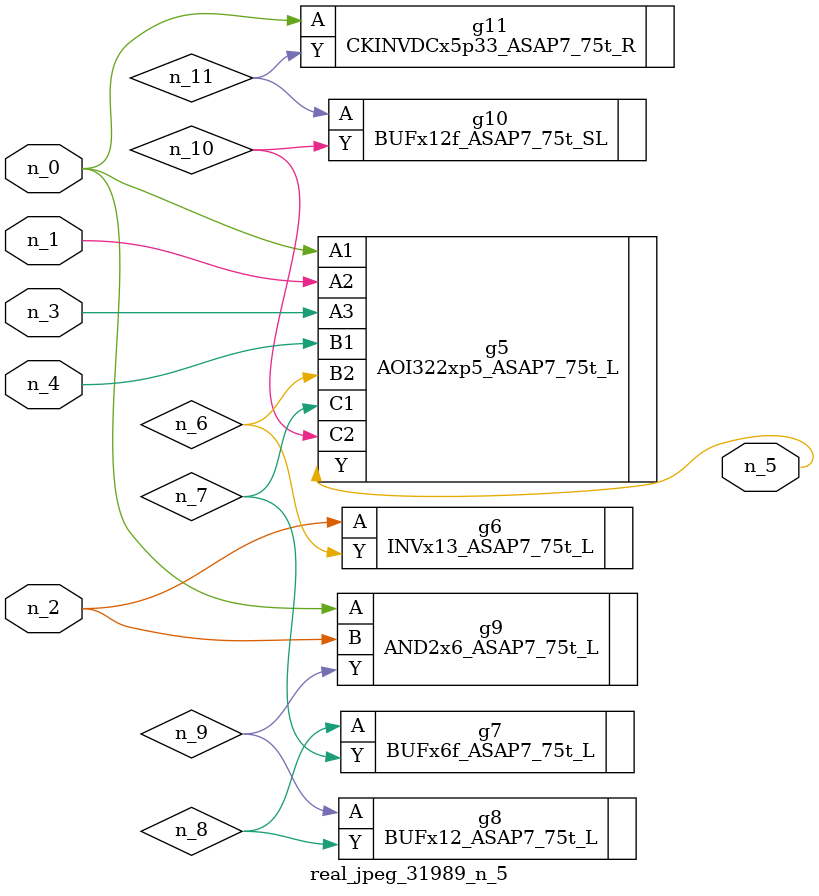
<source format=v>
module real_jpeg_31989_n_5 (n_4, n_0, n_1, n_2, n_3, n_5);

input n_4;
input n_0;
input n_1;
input n_2;
input n_3;

output n_5;

wire n_8;
wire n_11;
wire n_6;
wire n_7;
wire n_10;
wire n_9;

AOI322xp5_ASAP7_75t_L g5 ( 
.A1(n_0),
.A2(n_1),
.A3(n_3),
.B1(n_4),
.B2(n_6),
.C1(n_7),
.C2(n_10),
.Y(n_5)
);

AND2x6_ASAP7_75t_L g9 ( 
.A(n_0),
.B(n_2),
.Y(n_9)
);

CKINVDCx5p33_ASAP7_75t_R g11 ( 
.A(n_0),
.Y(n_11)
);

INVx13_ASAP7_75t_L g6 ( 
.A(n_2),
.Y(n_6)
);

BUFx6f_ASAP7_75t_L g7 ( 
.A(n_8),
.Y(n_7)
);

BUFx12_ASAP7_75t_L g8 ( 
.A(n_9),
.Y(n_8)
);

BUFx12f_ASAP7_75t_SL g10 ( 
.A(n_11),
.Y(n_10)
);


endmodule
</source>
